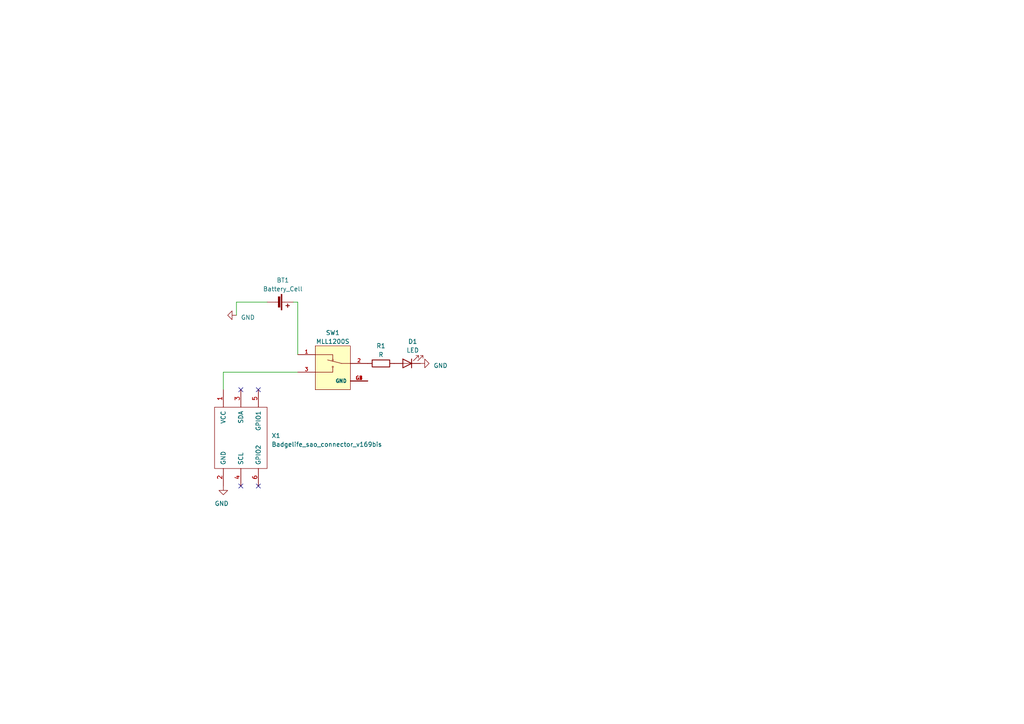
<source format=kicad_sch>
(kicad_sch (version 20230121) (generator eeschema)
  (paper "A4")
  (lib_symbols
    (symbol "Device:Battery_Cell" (pin_numbers hide) (pin_names (offset 0) hide)
      (property "Reference" "BT" (at 2.54 2.54 0))
      (property "Value" "Battery_Cell" (at 2.54 0 0))
      (symbol "Battery_Cell_0_1"
        (rectangle (start -2.286 1.778) (end 2.286 1.524) (fill (type outline)))
        (rectangle (start -1.5748 1.1938) (end 1.4732 0.6858) (fill (type outline)))
        (polyline (pts (xy 0 0.762) (xy 0 0)))
        (polyline (pts (xy 0 1.778) (xy 0 2.54)))
        (polyline (pts (xy 0.508 3.429) (xy 1.524 3.429)) (stroke (width 0.254)))
        (polyline (pts (xy 1.016 3.937) (xy 1.016 2.921)) (stroke (width 0.254)))
      )
      (symbol "Battery_Cell_1_1"
        (pin passive line (at 0 5.08 270) (length 2.54) (name "+") (number "1"))
        (pin passive line (at 0 -2.54 90) (length 2.54) (name "-") (number "2"))
      )
    )
    (symbol "Device:LED" (pin_numbers hide) (pin_names (offset 1.016) hide)
      (property "Reference" "D" (at 0 2.54 0))
      (property "Value" "LED" (at 0 -2.54 0))
      (symbol "LED_0_1"
        (polyline (pts (xy -1.27 -1.27) (xy -1.27 1.27)) (stroke (width 0.254)))
        (polyline (pts (xy -1.27 0) (xy 1.27 0)))
        (polyline (pts (xy 1.27 -1.27) (xy 1.27 1.27) (xy -1.27 0) (xy 1.27 -1.27)) (stroke (width 0.254)))
        (polyline (pts (xy -3.048 -0.762) (xy -4.572 -2.286) (xy -3.81 -2.286) (xy -4.572 -2.286) (xy -4.572 -1.524)))
        (polyline (pts (xy -1.778 -0.762) (xy -3.302 -2.286) (xy -2.54 -2.286) (xy -3.302 -2.286) (xy -3.302 -1.524)))
      )
      (symbol "LED_1_1"
        (pin passive line (at -3.81 0 0) (length 2.54) (name "K") (number "1"))
        (pin passive line (at 3.81 0 180) (length 2.54) (name "A") (number "2"))
      )
    )
    (symbol "Device:R" (pin_numbers hide) (pin_names (offset 0))
      (property "Reference" "R" (at 2.032 0 90))
      (property "Value" "R" (at 0 0 90))
      (symbol "R_0_1"
        (rectangle (start -1.016 -2.54) (end 1.016 2.54) (stroke (width 0.254)))
      )
      (symbol "R_1_1"
        (pin passive line (at 0 3.81 270) (length 1.27) (name "~") (number "1"))
        (pin passive line (at 0 -3.81 90) (length 1.27) (name "~") (number "2"))
      )
    )
    (symbol "MLL1200S:MLL1200S" (pin_names (offset 1.016))
      (property "Reference" "SW" (at -5.0897 8.1435 0))
      (property "Value" "MLL1200S" (at -5.3417 -7.3766 0))
      (symbol "MLL1200S_0_0"
        (rectangle (start -5.08 -5.08) (end 5.08 7.62) (stroke (width 0.1524)) (fill (type background)))
        (polyline (pts (xy -5.08 0) (xy 0 0)) (stroke (width 0.1524)))
        (polyline (pts (xy -5.08 5.08) (xy 0 5.08)) (stroke (width 0.1524)))
        (polyline (pts (xy 0 0) (xy 0 1.27)) (stroke (width 0.1524)))
        (polyline (pts (xy 0 5.08) (xy 0 3.81)) (stroke (width 0.1524)))
        (polyline (pts (xy 2.54 2.54) (xy -1.524 3.556)) (stroke (width 0.1524)))
        (polyline (pts (xy 5.08 2.54) (xy 2.54 2.54)) (stroke (width 0.1524)))
        (circle (center 0 1.54) (radius 0.2) (stroke (width 0.127)))
        (circle (center 0 3.54) (radius 0.2) (stroke (width 0.127)))
        (pin passive line (at -10.16 5.08 0) (length 5.08) (name "~") (number "1"))
        (pin passive line (at 10.16 2.54 180) (length 5.08) (name "~") (number "2"))
        (pin passive line (at -10.16 0 0) (length 5.08) (name "~") (number "3"))
        (pin power_in line (at 10.16 -2.54 180) (length 5.08) (name "GND") (number "G1"))
        (pin power_in line (at 10.16 -2.54 180) (length 5.08) (name "GND") (number "G2"))
        (pin power_in line (at 10.16 -2.54 180) (length 5.08) (name "GND") (number "G3"))
        (pin power_in line (at 10.16 -2.54 180) (length 5.08) (name "GND") (number "G4"))
      )
    )
    (symbol "badgelife_shitty_addon_v169bis:Badgelife_sao_connector_v169bis" (pin_names (offset 1.016))
      (property "Reference" "X" (at 0 0 0))
      (property "Value" "Badgelife_sao_connector_v169bis" (at 0 20.32 0))
      (symbol "Badgelife_sao_connector_v169bis_0_1"
        (rectangle (start -7.62 8.89) (end 7.62 -8.89))
      )
      (symbol "Badgelife_sao_connector_v169bis_1_1"
        (pin input line (at -5.08 13.97 270) (length 5.08) (name "VCC") (number "1"))
        (pin input line (at -5.08 -13.97 90) (length 5.08) (name "GND") (number "2"))
        (pin input line (at 0 13.97 270) (length 5.08) (name "SDA") (number "3"))
        (pin input line (at 0 -13.97 90) (length 5.08) (name "SCL") (number "4"))
        (pin input line (at 5.08 13.97 270) (length 5.08) (name "GPIO1") (number "5"))
        (pin input line (at 5.08 -13.97 90) (length 5.08) (name "GPIO2") (number "6"))
      )
    )
    (symbol "power:GND" (power) (pin_names (offset 0))
      (property "Value" "GND" (at 0 -3.81 0))
      (symbol "GND_0_1"
        (polyline (pts (xy 0 0) (xy 0 -1.27) (xy 1.27 -1.27) (xy 0 -2.54) (xy -1.27 -1.27) (xy 0 -1.27)))
      )
      (symbol "GND_1_1"
        (pin power_in line (at 0 0 270) (length 0) hide (name "GND") (number "1"))
      )
    )
  )
  (no_connect (at 74.93 113.03))
  (no_connect (at 69.85 140.97))
  (no_connect (at 74.93 140.97))
  (no_connect (at 69.85 113.03))
  (wire (pts (xy 68.58 87.63) (xy 77.47 87.63)))
  (wire (pts (xy 68.58 91.44) (xy 68.58 87.63)))
  (wire (pts (xy 64.77 107.95) (xy 64.77 113.03)))
  (wire (pts (xy 86.36 107.95) (xy 64.77 107.95)))
  (wire (pts (xy 86.36 102.87) (xy 86.36 87.63)))
  (wire (pts (xy 86.36 87.63) (xy 85.09 87.63)))
  (symbol (lib_id "Device:R") (at 110.49 105.41 90) (unit 1)
    (property "Reference" "R1" (at 110.49 100.33 90))
    (property "Value" "R" (at 110.49 102.87 90))
    (property "Footprint" "Resistor_SMD:R_1206_3216Metric_Pad1.30x1.75mm_HandSolder" (effects hide))
  )
  (symbol (lib_id "badgelife_shitty_addon_v169bis:Badgelife_sao_connector_v169bis") (at 69.85 127 0) (unit 1)
    (property "Reference" "X1" (at 78.74 126.365 0) (effects (justify left)))
    (property "Value" "Badgelife_sao_connector_v169bis" (at 78.74 128.905 0) (effects (justify left)))
    (property "Footprint" "Connector_PinSocket_2.54mm:PinSocket_2x03_P2.54mm_Vertical" (effects hide))
  )
  (symbol (lib_id "power:GND") (at 68.58 91.44 270) (unit 1)
    (property "Reference" "#PWR01" (effects hide))
    (property "Value" "GND" (at 69.85 92.075 90) (effects (justify left)))
  )
  (symbol (lib_id "Device:Battery_Cell") (at 80.01 87.63 270) (unit 1)
    (property "Reference" "BT1" (at 82.042 81.28 90))
    (property "Value" "Battery_Cell" (at 82.042 83.82 90))
    (property "Footprint" "Battery:BatteryHolder_Keystone_1058_1x2032" (effects hide))
  )
  (symbol (lib_id "power:GND") (at 64.77 140.97 0) (unit 1)
    (property "Reference" "#PWR02" (effects hide))
    (property "Value" "GND" (at 62.23 146.05 0) (effects (justify left)))
  )
  (symbol (lib_id "MLL1200S:MLL1200S") (at 96.52 107.95 0) (unit 1)
    (property "Reference" "SW1" (at 96.52 96.52 0))
    (property "Value" "MLL1200S" (at 96.52 99.06 0))
    (property "Footprint" "SW_MLL1200S" (effects hide))
    (property "Comment" "1437575-1" (effects hide))
  )
  (symbol (lib_id "power:GND") (at 121.92 105.41 90) (unit 1)
    (property "Reference" "#PWR04" (effects hide))
    (property "Value" "GND" (at 125.73 106.045 90) (effects (justify right)))
  )
  (symbol (lib_id "Device:LED") (at 118.11 105.41 180) (unit 1)
    (property "Reference" "D1" (at 119.6975 99.06 0))
    (property "Value" "LED" (at 119.6975 101.6 0))
    (property "Footprint" "LED_SMD:LED_0805_2012Metric_Pad1.15x1.40mm_HandSolder" (effects hide))
  )
)
</source>
